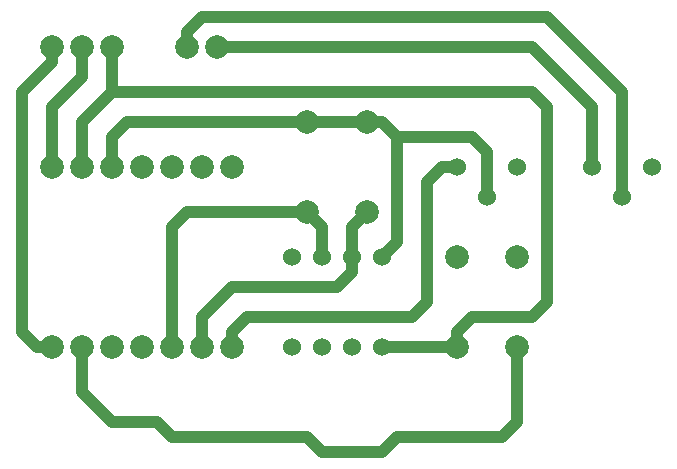
<source format=gbr>
G04 #@! TF.GenerationSoftware,KiCad,Pcbnew,(6.0.10)*
G04 #@! TF.CreationDate,2025-01-19T09:28:05+09:00*
G04 #@! TF.ProjectId,L3GD20H and BNO055__,4c334744-3230-4482-9061-6e6420424e4f,rev?*
G04 #@! TF.SameCoordinates,Original*
G04 #@! TF.FileFunction,Copper,L1,Top*
G04 #@! TF.FilePolarity,Positive*
%FSLAX46Y46*%
G04 Gerber Fmt 4.6, Leading zero omitted, Abs format (unit mm)*
G04 Created by KiCad (PCBNEW (6.0.10)) date 2025-01-19 09:28:05*
%MOMM*%
%LPD*%
G01*
G04 APERTURE LIST*
G04 #@! TA.AperFunction,ComponentPad*
%ADD10C,1.524000*%
G04 #@! TD*
G04 #@! TA.AperFunction,ComponentPad*
%ADD11C,2.000000*%
G04 #@! TD*
G04 #@! TA.AperFunction,Conductor*
%ADD12C,1.000000*%
G04 #@! TD*
G04 APERTURE END LIST*
D10*
X2540000Y-24130000D03*
X0Y-24130000D03*
X-2540000Y-24130000D03*
X-5080000Y-24130000D03*
X2540000Y-31750000D03*
X0Y-31750000D03*
X-2540000Y-31750000D03*
X-5080000Y-31750000D03*
D11*
X1270000Y-12700000D03*
X1270000Y-20320000D03*
D10*
X8890000Y-16510000D03*
X11430000Y-19050000D03*
X13970000Y-16510000D03*
D11*
X-13970000Y-6350000D03*
X-11430000Y-6350000D03*
X-25400000Y-6350000D03*
X-22860000Y-6350000D03*
X-20320000Y-6350000D03*
X-3810000Y-12700000D03*
X-3810000Y-20320000D03*
D10*
X20320000Y-16510000D03*
X22860000Y-19050000D03*
X25400000Y-16510000D03*
D11*
X13970000Y-24130000D03*
X13970000Y-31750000D03*
X8890000Y-24130000D03*
X8890000Y-31750000D03*
X-25400000Y-16510000D03*
X-22860000Y-16510000D03*
X-20320000Y-16510000D03*
X-25400000Y-31750000D03*
X-22860000Y-31750000D03*
X-20320000Y-31750000D03*
X-17780000Y-31750000D03*
X-15240000Y-31750000D03*
X-12700000Y-31750000D03*
X-10160000Y-31750000D03*
X-10160000Y-16510000D03*
X-12700000Y-16510000D03*
X-15240000Y-16510000D03*
X-17780000Y-16510000D03*
D12*
X-20320000Y-13970000D02*
X-19050000Y-12700000D01*
X2540000Y-12700000D02*
X3810000Y-13970000D01*
X11430000Y-15240000D02*
X10160000Y-13970000D01*
X11430000Y-19050000D02*
X11430000Y-15240000D01*
X-19050000Y-12700000D02*
X1270000Y-12700000D01*
X10160000Y-13970000D02*
X3810000Y-13970000D01*
X3810000Y-22860000D02*
X2540000Y-24130000D01*
X-20320000Y-16510000D02*
X-20320000Y-13970000D01*
X3810000Y-13970000D02*
X3810000Y-22860000D01*
X1270000Y-12700000D02*
X2540000Y-12700000D01*
X-10160000Y-26670000D02*
X-1270000Y-26670000D01*
X1270000Y-20320000D02*
X0Y-21590000D01*
X0Y-25400000D02*
X0Y-24130000D01*
X0Y-21590000D02*
X0Y-24130000D01*
X-12700000Y-31750000D02*
X-12700000Y-29210000D01*
X-1270000Y-26670000D02*
X0Y-25400000D01*
X-12700000Y-29210000D02*
X-10160000Y-26670000D01*
X-2540000Y-21590000D02*
X-2540000Y-24130000D01*
X-15240000Y-21590000D02*
X-15240000Y-31750000D01*
X-3810000Y-20320000D02*
X-13970000Y-20320000D01*
X-13970000Y-20320000D02*
X-15240000Y-21590000D01*
X-3810000Y-20320000D02*
X-2540000Y-21590000D01*
X8890000Y-30480000D02*
X8890000Y-31750000D01*
X2540000Y-31750000D02*
X8890000Y-31750000D01*
X-20320000Y-6350000D02*
X-20320000Y-10160000D01*
X15240000Y-10160000D02*
X16510000Y-11430000D01*
X-22860000Y-12700000D02*
X-22860000Y-16510000D01*
X15240000Y-29210000D02*
X10160000Y-29210000D01*
X16510000Y-27940000D02*
X15240000Y-29210000D01*
X10160000Y-29210000D02*
X8890000Y-30480000D01*
X-20320000Y-10160000D02*
X15240000Y-10160000D01*
X-20320000Y-10160000D02*
X-22860000Y-12700000D01*
X16510000Y-11430000D02*
X16510000Y-27940000D01*
X-22860000Y-8890000D02*
X-25400000Y-11430000D01*
X-22860000Y-6350000D02*
X-22860000Y-8890000D01*
X-25400000Y-11430000D02*
X-25400000Y-16510000D01*
X-27940000Y-30480000D02*
X-26670000Y-31750000D01*
X-25400000Y-7620000D02*
X-27940000Y-10160000D01*
X-25400000Y-6350000D02*
X-25400000Y-7620000D01*
X-27940000Y-10160000D02*
X-27940000Y-30480000D01*
X-26670000Y-31750000D02*
X-25400000Y-31750000D01*
X12700000Y-39370000D02*
X3810000Y-39370000D01*
X-2540000Y-40640000D02*
X-3810000Y-39370000D01*
X-16510000Y-38100000D02*
X-20320000Y-38100000D01*
X13970000Y-31750000D02*
X13970000Y-38100000D01*
X-20320000Y-38100000D02*
X-22860000Y-35560000D01*
X3810000Y-39370000D02*
X2540000Y-40640000D01*
X-3810000Y-39370000D02*
X-15240000Y-39370000D01*
X-15240000Y-39370000D02*
X-16510000Y-38100000D01*
X-22860000Y-35560000D02*
X-22860000Y-31750000D01*
X13970000Y-38100000D02*
X12700000Y-39370000D01*
X2540000Y-40640000D02*
X-2540000Y-40640000D01*
X6350000Y-27940000D02*
X5080000Y-29210000D01*
X-10160000Y-30480000D02*
X-10160000Y-31750000D01*
X5080000Y-29210000D02*
X-8890000Y-29210000D01*
X7620000Y-16510000D02*
X6350000Y-17780000D01*
X-8890000Y-29210000D02*
X-10160000Y-30480000D01*
X8890000Y-16510000D02*
X7620000Y-16510000D01*
X6350000Y-17780000D02*
X6350000Y-27940000D01*
X22860000Y-19050000D02*
X22860000Y-10160000D01*
X-13970000Y-5080000D02*
X-13970000Y-6350000D01*
X-12700000Y-3810000D02*
X-13970000Y-5080000D01*
X16510000Y-3810000D02*
X-12700000Y-3810000D01*
X22860000Y-10160000D02*
X16510000Y-3810000D01*
X20320000Y-11430000D02*
X15240000Y-6350000D01*
X15240000Y-6350000D02*
X-11430000Y-6350000D01*
X20320000Y-16510000D02*
X20320000Y-11430000D01*
M02*

</source>
